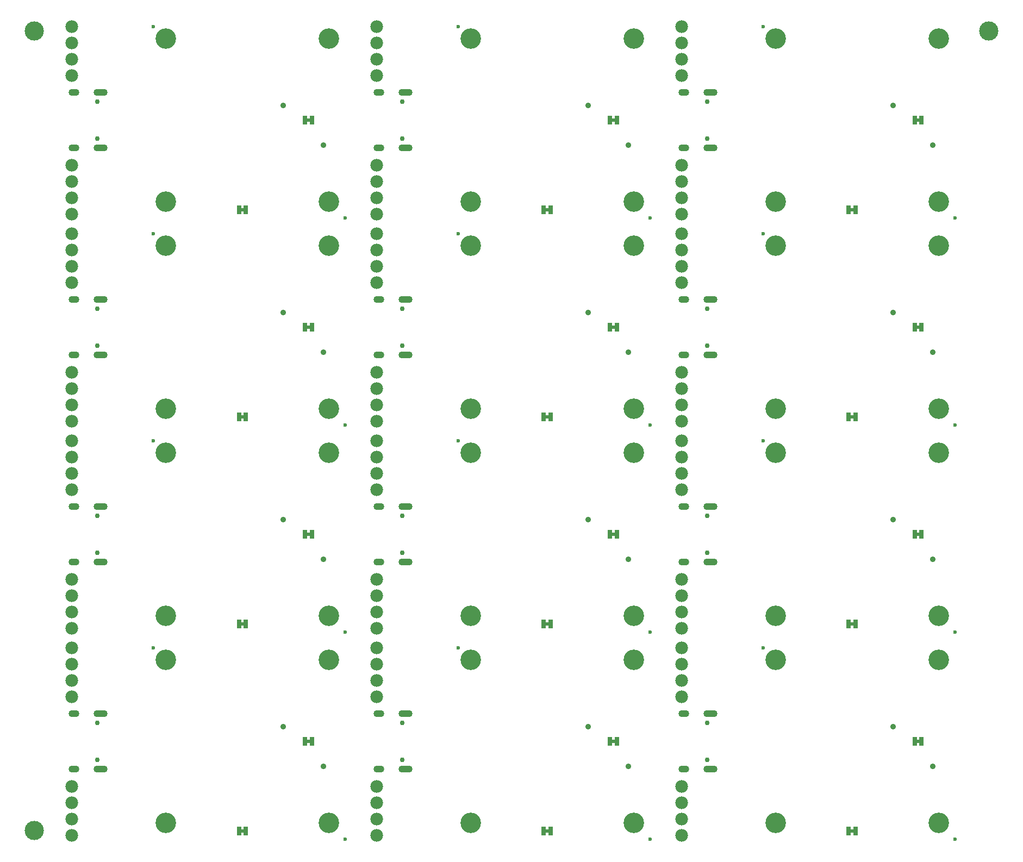
<source format=gbs>
%TF.GenerationSoftware,KiCad,Pcbnew,8.0.7*%
%TF.CreationDate,2025-01-21T14:59:33-07:00*%
%TF.ProjectId,SparkFun_USB_RFID_Reader_panelized,53706172-6b46-4756-9e5f-5553425f5246,rev?*%
%TF.SameCoordinates,Original*%
%TF.FileFunction,Soldermask,Bot*%
%TF.FilePolarity,Negative*%
%FSLAX46Y46*%
G04 Gerber Fmt 4.6, Leading zero omitted, Abs format (unit mm)*
G04 Created by KiCad (PCBNEW 8.0.7) date 2025-01-21 14:59:33*
%MOMM*%
%LPD*%
G01*
G04 APERTURE LIST*
G04 Aperture macros list*
%AMRoundRect*
0 Rectangle with rounded corners*
0 $1 Rounding radius*
0 $2 $3 $4 $5 $6 $7 $8 $9 X,Y pos of 4 corners*
0 Add a 4 corners polygon primitive as box body*
4,1,4,$2,$3,$4,$5,$6,$7,$8,$9,$2,$3,0*
0 Add four circle primitives for the rounded corners*
1,1,$1+$1,$2,$3*
1,1,$1+$1,$4,$5*
1,1,$1+$1,$6,$7*
1,1,$1+$1,$8,$9*
0 Add four rect primitives between the rounded corners*
20,1,$1+$1,$2,$3,$4,$5,0*
20,1,$1+$1,$4,$5,$6,$7,0*
20,1,$1+$1,$6,$7,$8,$9,0*
20,1,$1+$1,$8,$9,$2,$3,0*%
G04 Aperture macros list end*
%ADD10C,0.000000*%
%ADD11C,3.000000*%
%ADD12C,0.750000*%
%ADD13O,1.700000X1.100000*%
%ADD14O,2.200000X1.100000*%
%ADD15C,0.600000*%
%ADD16RoundRect,0.050000X0.330200X0.635000X-0.330200X0.635000X-0.330200X-0.635000X0.330200X-0.635000X0*%
%ADD17RoundRect,0.050000X-0.330200X-0.635000X0.330200X-0.635000X0.330200X0.635000X-0.330200X0.635000X0*%
%ADD18C,3.200000*%
%ADD19C,0.900000*%
%ADD20C,1.979600*%
G04 APERTURE END LIST*
D10*
%TO.C,JP1*%
G36*
X133334000Y112384500D02*
G01*
X132826000Y112384500D01*
X132826000Y112865500D01*
X133334000Y112865500D01*
X133334000Y112384500D01*
G37*
G36*
X133334000Y80134500D02*
G01*
X132826000Y80134500D01*
X132826000Y80615500D01*
X133334000Y80615500D01*
X133334000Y80134500D01*
G37*
G36*
X133334000Y47884500D02*
G01*
X132826000Y47884500D01*
X132826000Y48365500D01*
X133334000Y48365500D01*
X133334000Y47884500D01*
G37*
G36*
X133334000Y15634500D02*
G01*
X132826000Y15634500D01*
X132826000Y16115500D01*
X133334000Y16115500D01*
X133334000Y15634500D01*
G37*
G36*
X85844000Y112384500D02*
G01*
X85336000Y112384500D01*
X85336000Y112865500D01*
X85844000Y112865500D01*
X85844000Y112384500D01*
G37*
G36*
X85844000Y80134500D02*
G01*
X85336000Y80134500D01*
X85336000Y80615500D01*
X85844000Y80615500D01*
X85844000Y80134500D01*
G37*
G36*
X85844000Y47884500D02*
G01*
X85336000Y47884500D01*
X85336000Y48365500D01*
X85844000Y48365500D01*
X85844000Y47884500D01*
G37*
G36*
X85844000Y15634500D02*
G01*
X85336000Y15634500D01*
X85336000Y16115500D01*
X85844000Y16115500D01*
X85844000Y15634500D01*
G37*
G36*
X38354000Y112384500D02*
G01*
X37846000Y112384500D01*
X37846000Y112865500D01*
X38354000Y112865500D01*
X38354000Y112384500D01*
G37*
G36*
X38354000Y80134500D02*
G01*
X37846000Y80134500D01*
X37846000Y80615500D01*
X38354000Y80615500D01*
X38354000Y80134500D01*
G37*
G36*
X38354000Y47884500D02*
G01*
X37846000Y47884500D01*
X37846000Y48365500D01*
X38354000Y48365500D01*
X38354000Y47884500D01*
G37*
%TO.C,JP2*%
G36*
X123021499Y98414500D02*
G01*
X122513499Y98414500D01*
X122513499Y98895500D01*
X123021499Y98895500D01*
X123021499Y98414500D01*
G37*
G36*
X123021499Y66164500D02*
G01*
X122513499Y66164500D01*
X122513499Y66645500D01*
X123021499Y66645500D01*
X123021499Y66164500D01*
G37*
G36*
X123021499Y33914500D02*
G01*
X122513499Y33914500D01*
X122513499Y34395500D01*
X123021499Y34395500D01*
X123021499Y33914500D01*
G37*
G36*
X123021499Y1664500D02*
G01*
X122513499Y1664500D01*
X122513499Y2145500D01*
X123021499Y2145500D01*
X123021499Y1664500D01*
G37*
G36*
X75531499Y98414500D02*
G01*
X75023499Y98414500D01*
X75023499Y98895500D01*
X75531499Y98895500D01*
X75531499Y98414500D01*
G37*
G36*
X75531499Y66164500D02*
G01*
X75023499Y66164500D01*
X75023499Y66645500D01*
X75531499Y66645500D01*
X75531499Y66164500D01*
G37*
G36*
X75531499Y33914500D02*
G01*
X75023499Y33914500D01*
X75023499Y34395500D01*
X75531499Y34395500D01*
X75531499Y33914500D01*
G37*
G36*
X75531499Y1664500D02*
G01*
X75023499Y1664500D01*
X75023499Y2145500D01*
X75531499Y2145500D01*
X75531499Y1664500D01*
G37*
G36*
X28041499Y98414500D02*
G01*
X27533499Y98414500D01*
X27533499Y98895500D01*
X28041499Y98895500D01*
X28041499Y98414500D01*
G37*
G36*
X28041499Y66164500D02*
G01*
X27533499Y66164500D01*
X27533499Y66645500D01*
X28041499Y66645500D01*
X28041499Y66164500D01*
G37*
G36*
X28041499Y33914500D02*
G01*
X27533499Y33914500D01*
X27533499Y34395500D01*
X28041499Y34395500D01*
X28041499Y33914500D01*
G37*
G36*
X28041499Y1664500D02*
G01*
X27533499Y1664500D01*
X27533499Y2145500D01*
X28041499Y2145500D01*
X28041499Y1664500D01*
G37*
%TO.C,JP1*%
G36*
X38354000Y15634500D02*
G01*
X37846000Y15634500D01*
X37846000Y16115500D01*
X38354000Y16115500D01*
X38354000Y15634500D01*
G37*
%TD*%
D11*
%TO.C,*%
X144082500Y126525000D03*
%TD*%
%TO.C,*%
X-4652500Y126525000D03*
%TD*%
%TO.C,*%
X-4652500Y1975000D03*
%TD*%
D12*
%TO.C,J1*%
X100198750Y115515000D03*
X100198750Y109735000D03*
D13*
X96548750Y116943000D03*
D14*
X100728750Y116943000D03*
X100728750Y108307000D03*
D13*
X96548750Y108307000D03*
%TD*%
D12*
%TO.C,J1*%
X100198750Y83265000D03*
X100198750Y77485000D03*
D13*
X96548750Y84693000D03*
D14*
X100728750Y84693000D03*
X100728750Y76057000D03*
D13*
X96548750Y76057000D03*
%TD*%
D12*
%TO.C,J1*%
X100198750Y51015000D03*
X100198750Y45235000D03*
D13*
X96548750Y52443000D03*
D14*
X100728750Y52443000D03*
X100728750Y43807000D03*
D13*
X96548750Y43807000D03*
%TD*%
D12*
%TO.C,J1*%
X100198750Y18765000D03*
X100198750Y12985000D03*
D13*
X96548750Y20193000D03*
D14*
X100728750Y20193000D03*
X100728750Y11557000D03*
D13*
X96548750Y11557000D03*
%TD*%
D12*
%TO.C,J1*%
X52708750Y115515000D03*
X52708750Y109735000D03*
D13*
X49058750Y116943000D03*
D14*
X53238750Y116943000D03*
X53238750Y108307000D03*
D13*
X49058750Y108307000D03*
%TD*%
D12*
%TO.C,J1*%
X52708750Y83265000D03*
X52708750Y77485000D03*
D13*
X49058750Y84693000D03*
D14*
X53238750Y84693000D03*
X53238750Y76057000D03*
D13*
X49058750Y76057000D03*
%TD*%
D12*
%TO.C,J1*%
X52708750Y51015000D03*
X52708750Y45235000D03*
D13*
X49058750Y52443000D03*
D14*
X53238750Y52443000D03*
X53238750Y43807000D03*
D13*
X49058750Y43807000D03*
%TD*%
D12*
%TO.C,J1*%
X52708750Y18765000D03*
X52708750Y12985000D03*
D13*
X49058750Y20193000D03*
D14*
X53238750Y20193000D03*
X53238750Y11557000D03*
D13*
X49058750Y11557000D03*
%TD*%
D12*
%TO.C,J1*%
X5218750Y115515000D03*
X5218750Y109735000D03*
D13*
X1568750Y116943000D03*
D14*
X5748750Y116943000D03*
X5748750Y108307000D03*
D13*
X1568750Y108307000D03*
%TD*%
D12*
%TO.C,J1*%
X5218750Y83265000D03*
X5218750Y77485000D03*
D13*
X1568750Y84693000D03*
D14*
X5748750Y84693000D03*
X5748750Y76057000D03*
D13*
X1568750Y76057000D03*
%TD*%
D12*
%TO.C,J1*%
X5218750Y51015000D03*
X5218750Y45235000D03*
D13*
X1568750Y52443000D03*
D14*
X5748750Y52443000D03*
X5748750Y43807000D03*
D13*
X1568750Y43807000D03*
%TD*%
D15*
%TO.C,FID1*%
X138795000Y97385000D03*
%TD*%
%TO.C,FID1*%
X138795000Y65135000D03*
%TD*%
%TO.C,FID1*%
X138795000Y32885000D03*
%TD*%
%TO.C,FID1*%
X138795000Y635000D03*
%TD*%
%TO.C,FID1*%
X91305000Y97385000D03*
%TD*%
%TO.C,FID1*%
X91305000Y65135000D03*
%TD*%
%TO.C,FID1*%
X91305000Y32885000D03*
%TD*%
%TO.C,FID1*%
X91305000Y635000D03*
%TD*%
%TO.C,FID1*%
X43815000Y97385000D03*
%TD*%
%TO.C,FID1*%
X43815000Y65135000D03*
%TD*%
%TO.C,FID1*%
X43815000Y32885000D03*
%TD*%
D16*
%TO.C,JP1*%
X133600700Y112625000D03*
X132559300Y112625000D03*
%TD*%
%TO.C,JP1*%
X133600700Y80375000D03*
X132559300Y80375000D03*
%TD*%
%TO.C,JP1*%
X133600700Y48125000D03*
X132559300Y48125000D03*
%TD*%
%TO.C,JP1*%
X133600700Y15875000D03*
X132559300Y15875000D03*
%TD*%
%TO.C,JP1*%
X86110700Y112625000D03*
X85069300Y112625000D03*
%TD*%
%TO.C,JP1*%
X86110700Y80375000D03*
X85069300Y80375000D03*
%TD*%
%TO.C,JP1*%
X86110700Y48125000D03*
X85069300Y48125000D03*
%TD*%
%TO.C,JP1*%
X86110700Y15875000D03*
X85069300Y15875000D03*
%TD*%
%TO.C,JP1*%
X38620700Y112625000D03*
X37579300Y112625000D03*
%TD*%
%TO.C,JP1*%
X38620700Y80375000D03*
X37579300Y80375000D03*
%TD*%
%TO.C,JP1*%
X38620700Y48125000D03*
X37579300Y48125000D03*
%TD*%
D15*
%TO.C,FID3*%
X108950000Y127230000D03*
%TD*%
%TO.C,FID3*%
X108950000Y94980000D03*
%TD*%
%TO.C,FID3*%
X108950000Y62730000D03*
%TD*%
%TO.C,FID3*%
X108950000Y30480000D03*
%TD*%
%TO.C,FID3*%
X61460000Y127230000D03*
%TD*%
%TO.C,FID3*%
X61460000Y94980000D03*
%TD*%
%TO.C,FID3*%
X61460000Y62730000D03*
%TD*%
%TO.C,FID3*%
X61460000Y30480000D03*
%TD*%
%TO.C,FID3*%
X13970000Y127230000D03*
%TD*%
%TO.C,FID3*%
X13970000Y94980000D03*
%TD*%
%TO.C,FID3*%
X13970000Y62730000D03*
%TD*%
D17*
%TO.C,JP2*%
X122246799Y98655000D03*
X123288199Y98655000D03*
%TD*%
%TO.C,JP2*%
X122246799Y66405000D03*
X123288199Y66405000D03*
%TD*%
%TO.C,JP2*%
X122246799Y34155000D03*
X123288199Y34155000D03*
%TD*%
%TO.C,JP2*%
X122246799Y1905000D03*
X123288199Y1905000D03*
%TD*%
%TO.C,JP2*%
X74756799Y98655000D03*
X75798199Y98655000D03*
%TD*%
%TO.C,JP2*%
X74756799Y66405000D03*
X75798199Y66405000D03*
%TD*%
%TO.C,JP2*%
X74756799Y34155000D03*
X75798199Y34155000D03*
%TD*%
%TO.C,JP2*%
X74756799Y1905000D03*
X75798199Y1905000D03*
%TD*%
%TO.C,JP2*%
X27266799Y98655000D03*
X28308199Y98655000D03*
%TD*%
%TO.C,JP2*%
X27266799Y66405000D03*
X28308199Y66405000D03*
%TD*%
%TO.C,JP2*%
X27266799Y34155000D03*
X28308199Y34155000D03*
%TD*%
D18*
%TO.C,ST4*%
X110855000Y99925000D03*
%TD*%
%TO.C,ST4*%
X110855000Y67675000D03*
%TD*%
%TO.C,ST4*%
X110855000Y35425000D03*
%TD*%
%TO.C,ST4*%
X110855000Y3175000D03*
%TD*%
%TO.C,ST4*%
X63365000Y99925000D03*
%TD*%
%TO.C,ST4*%
X63365000Y67675000D03*
%TD*%
%TO.C,ST4*%
X63365000Y35425000D03*
%TD*%
%TO.C,ST4*%
X63365000Y3175000D03*
%TD*%
%TO.C,ST4*%
X15875000Y99925000D03*
%TD*%
%TO.C,ST4*%
X15875000Y67675000D03*
%TD*%
%TO.C,ST4*%
X15875000Y35425000D03*
%TD*%
D19*
%TO.C,BZ1*%
X135380000Y108725000D03*
X129180000Y114925000D03*
%TD*%
%TO.C,BZ1*%
X135380000Y76475000D03*
X129180000Y82675000D03*
%TD*%
%TO.C,BZ1*%
X135380000Y44225000D03*
X129180000Y50425000D03*
%TD*%
%TO.C,BZ1*%
X135380000Y11975000D03*
X129180000Y18175000D03*
%TD*%
%TO.C,BZ1*%
X87890000Y108725000D03*
X81690000Y114925000D03*
%TD*%
%TO.C,BZ1*%
X87890000Y76475000D03*
X81690000Y82675000D03*
%TD*%
%TO.C,BZ1*%
X87890000Y44225000D03*
X81690000Y50425000D03*
%TD*%
%TO.C,BZ1*%
X87890000Y11975000D03*
X81690000Y18175000D03*
%TD*%
%TO.C,BZ1*%
X40400000Y108725000D03*
X34200000Y114925000D03*
%TD*%
%TO.C,BZ1*%
X40400000Y76475000D03*
X34200000Y82675000D03*
%TD*%
%TO.C,BZ1*%
X40400000Y44225000D03*
X34200000Y50425000D03*
%TD*%
D18*
%TO.C,ST3*%
X110855000Y125325000D03*
%TD*%
%TO.C,ST3*%
X110855000Y93075000D03*
%TD*%
%TO.C,ST3*%
X110855000Y60825000D03*
%TD*%
%TO.C,ST3*%
X110855000Y28575000D03*
%TD*%
%TO.C,ST3*%
X63365000Y125325000D03*
%TD*%
%TO.C,ST3*%
X63365000Y93075000D03*
%TD*%
%TO.C,ST3*%
X63365000Y60825000D03*
%TD*%
%TO.C,ST3*%
X63365000Y28575000D03*
%TD*%
%TO.C,ST3*%
X15875000Y125325000D03*
%TD*%
%TO.C,ST3*%
X15875000Y93075000D03*
%TD*%
%TO.C,ST3*%
X15875000Y60825000D03*
%TD*%
%TO.C,ST1*%
X136255000Y99925000D03*
%TD*%
%TO.C,ST1*%
X136255000Y67675000D03*
%TD*%
%TO.C,ST1*%
X136255000Y35425000D03*
%TD*%
%TO.C,ST1*%
X136255000Y3175000D03*
%TD*%
%TO.C,ST1*%
X88765000Y99925000D03*
%TD*%
%TO.C,ST1*%
X88765000Y67675000D03*
%TD*%
%TO.C,ST1*%
X88765000Y35425000D03*
%TD*%
%TO.C,ST1*%
X88765000Y3175000D03*
%TD*%
%TO.C,ST1*%
X41275000Y99925000D03*
%TD*%
%TO.C,ST1*%
X41275000Y67675000D03*
%TD*%
%TO.C,ST1*%
X41275000Y35425000D03*
%TD*%
%TO.C,ST2*%
X136255000Y125325000D03*
%TD*%
%TO.C,ST2*%
X136255000Y93075000D03*
%TD*%
%TO.C,ST2*%
X136255000Y60825000D03*
%TD*%
%TO.C,ST2*%
X136255000Y28575000D03*
%TD*%
%TO.C,ST2*%
X88765000Y125325000D03*
%TD*%
%TO.C,ST2*%
X88765000Y93075000D03*
%TD*%
%TO.C,ST2*%
X88765000Y60825000D03*
%TD*%
%TO.C,ST2*%
X88765000Y28575000D03*
%TD*%
%TO.C,ST2*%
X41275000Y125325000D03*
%TD*%
%TO.C,ST2*%
X41275000Y93075000D03*
%TD*%
%TO.C,ST2*%
X41275000Y60825000D03*
%TD*%
D20*
%TO.C,J6*%
X96250000Y127229999D03*
X96250000Y124689999D03*
X96250000Y122149999D03*
X96250000Y119609999D03*
%TD*%
%TO.C,J6*%
X96250000Y94979999D03*
X96250000Y92439999D03*
X96250000Y89899999D03*
X96250000Y87359999D03*
%TD*%
%TO.C,J6*%
X96250000Y62729999D03*
X96250000Y60189999D03*
X96250000Y57649999D03*
X96250000Y55109999D03*
%TD*%
%TO.C,J6*%
X96250000Y30479999D03*
X96250000Y27939999D03*
X96250000Y25399999D03*
X96250000Y22859999D03*
%TD*%
%TO.C,J6*%
X48760000Y127229999D03*
X48760000Y124689999D03*
X48760000Y122149999D03*
X48760000Y119609999D03*
%TD*%
%TO.C,J6*%
X48760000Y94979999D03*
X48760000Y92439999D03*
X48760000Y89899999D03*
X48760000Y87359999D03*
%TD*%
%TO.C,J6*%
X48760000Y62729999D03*
X48760000Y60189999D03*
X48760000Y57649999D03*
X48760000Y55109999D03*
%TD*%
%TO.C,J6*%
X48760000Y30479999D03*
X48760000Y27939999D03*
X48760000Y25399999D03*
X48760000Y22859999D03*
%TD*%
%TO.C,J6*%
X1270000Y127229999D03*
X1270000Y124689999D03*
X1270000Y122149999D03*
X1270000Y119609999D03*
%TD*%
%TO.C,J6*%
X1270000Y94979999D03*
X1270000Y92439999D03*
X1270000Y89899999D03*
X1270000Y87359999D03*
%TD*%
%TO.C,J6*%
X1270000Y62729999D03*
X1270000Y60189999D03*
X1270000Y57649999D03*
X1270000Y55109999D03*
%TD*%
%TO.C,J4*%
X96250000Y98020000D03*
X96250000Y100560000D03*
X96250000Y103100000D03*
X96250000Y105640000D03*
%TD*%
%TO.C,J4*%
X96250000Y65770000D03*
X96250000Y68310000D03*
X96250000Y70850000D03*
X96250000Y73390000D03*
%TD*%
%TO.C,J4*%
X96250000Y33520000D03*
X96250000Y36060000D03*
X96250000Y38600000D03*
X96250000Y41140000D03*
%TD*%
%TO.C,J4*%
X96250000Y1270000D03*
X96250000Y3810000D03*
X96250000Y6350000D03*
X96250000Y8890000D03*
%TD*%
%TO.C,J4*%
X48760000Y98020000D03*
X48760000Y100560000D03*
X48760000Y103100000D03*
X48760000Y105640000D03*
%TD*%
%TO.C,J4*%
X48760000Y65770000D03*
X48760000Y68310000D03*
X48760000Y70850000D03*
X48760000Y73390000D03*
%TD*%
%TO.C,J4*%
X48760000Y33520000D03*
X48760000Y36060000D03*
X48760000Y38600000D03*
X48760000Y41140000D03*
%TD*%
%TO.C,J4*%
X48760000Y1270000D03*
X48760000Y3810000D03*
X48760000Y6350000D03*
X48760000Y8890000D03*
%TD*%
%TO.C,J4*%
X1270000Y98020000D03*
X1270000Y100560000D03*
X1270000Y103100000D03*
X1270000Y105640000D03*
%TD*%
%TO.C,J4*%
X1270000Y65770000D03*
X1270000Y68310000D03*
X1270000Y70850000D03*
X1270000Y73390000D03*
%TD*%
%TO.C,J4*%
X1270000Y33520000D03*
X1270000Y36060000D03*
X1270000Y38600000D03*
X1270000Y41140000D03*
%TD*%
%TO.C,J4*%
X1270000Y1270000D03*
X1270000Y3810000D03*
X1270000Y6350000D03*
X1270000Y8890000D03*
%TD*%
%TO.C,J6*%
X1270000Y30479999D03*
X1270000Y27939999D03*
X1270000Y25399999D03*
X1270000Y22859999D03*
%TD*%
D18*
%TO.C,ST2*%
X41275000Y28575000D03*
%TD*%
%TO.C,ST1*%
X41275000Y3175000D03*
%TD*%
%TO.C,ST3*%
X15875000Y28575000D03*
%TD*%
D19*
%TO.C,BZ1*%
X40400000Y11975000D03*
X34200000Y18175000D03*
%TD*%
D18*
%TO.C,ST4*%
X15875000Y3175000D03*
%TD*%
D17*
%TO.C,JP2*%
X27266799Y1905000D03*
X28308199Y1905000D03*
%TD*%
D15*
%TO.C,FID3*%
X13970000Y30480000D03*
%TD*%
D16*
%TO.C,JP1*%
X38620700Y15875000D03*
X37579300Y15875000D03*
%TD*%
D15*
%TO.C,FID1*%
X43815000Y635000D03*
%TD*%
D12*
%TO.C,J1*%
X5218750Y18765000D03*
X5218750Y12985000D03*
D13*
X1568750Y20193000D03*
D14*
X5748750Y20193000D03*
X5748750Y11557000D03*
D13*
X1568750Y11557000D03*
%TD*%
M02*

</source>
